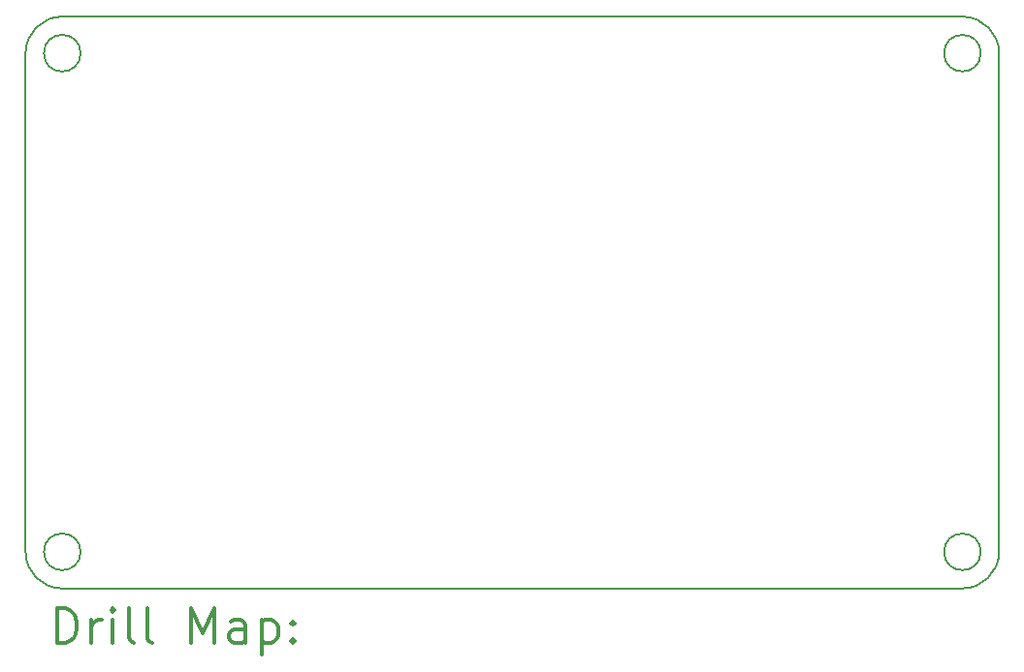
<source format=gbr>
%FSLAX45Y45*%
G04 Gerber Fmt 4.5, Leading zero omitted, Abs format (unit mm)*
G04 Created by KiCad (PCBNEW (5.1.9)-1) date 2022-01-14 23:33:00*
%MOMM*%
%LPD*%
G01*
G04 APERTURE LIST*
%TA.AperFunction,Profile*%
%ADD10C,0.200000*%
%TD*%
%ADD11C,0.200000*%
%ADD12C,0.300000*%
G04 APERTURE END LIST*
D10*
X10475000Y-10922000D02*
X10475000Y-6562000D01*
X18655000Y-6242000D02*
G75*
G02*
X18975000Y-6562000I0J-320000D01*
G01*
X10955000Y-6562000D02*
G75*
G03*
X10955000Y-6562000I-160000J0D01*
G01*
X18975000Y-10922000D02*
X18975000Y-6562000D01*
X10475000Y-6562000D02*
G75*
G02*
X10795000Y-6242000I320000J0D01*
G01*
X18815000Y-10922000D02*
G75*
G03*
X18815000Y-10922000I-160000J0D01*
G01*
X18815000Y-6562000D02*
G75*
G03*
X18815000Y-6562000I-160000J0D01*
G01*
X10795000Y-11242000D02*
X18655000Y-11242000D01*
X10955000Y-10922000D02*
G75*
G03*
X10955000Y-10922000I-160000J0D01*
G01*
X18975000Y-10922000D02*
G75*
G02*
X18655000Y-11242000I-320000J0D01*
G01*
X10795000Y-6242000D02*
X18655000Y-6242000D01*
X10795000Y-11242000D02*
G75*
G02*
X10475000Y-10922000I0J320000D01*
G01*
D11*
D12*
X10751428Y-11717714D02*
X10751428Y-11417714D01*
X10822857Y-11417714D01*
X10865714Y-11432000D01*
X10894286Y-11460571D01*
X10908571Y-11489143D01*
X10922857Y-11546286D01*
X10922857Y-11589143D01*
X10908571Y-11646286D01*
X10894286Y-11674857D01*
X10865714Y-11703429D01*
X10822857Y-11717714D01*
X10751428Y-11717714D01*
X11051428Y-11717714D02*
X11051428Y-11517714D01*
X11051428Y-11574857D02*
X11065714Y-11546286D01*
X11080000Y-11532000D01*
X11108571Y-11517714D01*
X11137143Y-11517714D01*
X11237143Y-11717714D02*
X11237143Y-11517714D01*
X11237143Y-11417714D02*
X11222857Y-11432000D01*
X11237143Y-11446286D01*
X11251428Y-11432000D01*
X11237143Y-11417714D01*
X11237143Y-11446286D01*
X11422857Y-11717714D02*
X11394286Y-11703429D01*
X11380000Y-11674857D01*
X11380000Y-11417714D01*
X11580000Y-11717714D02*
X11551428Y-11703429D01*
X11537143Y-11674857D01*
X11537143Y-11417714D01*
X11922857Y-11717714D02*
X11922857Y-11417714D01*
X12022857Y-11632000D01*
X12122857Y-11417714D01*
X12122857Y-11717714D01*
X12394286Y-11717714D02*
X12394286Y-11560571D01*
X12380000Y-11532000D01*
X12351428Y-11517714D01*
X12294286Y-11517714D01*
X12265714Y-11532000D01*
X12394286Y-11703429D02*
X12365714Y-11717714D01*
X12294286Y-11717714D01*
X12265714Y-11703429D01*
X12251428Y-11674857D01*
X12251428Y-11646286D01*
X12265714Y-11617714D01*
X12294286Y-11603429D01*
X12365714Y-11603429D01*
X12394286Y-11589143D01*
X12537143Y-11517714D02*
X12537143Y-11817714D01*
X12537143Y-11532000D02*
X12565714Y-11517714D01*
X12622857Y-11517714D01*
X12651428Y-11532000D01*
X12665714Y-11546286D01*
X12680000Y-11574857D01*
X12680000Y-11660571D01*
X12665714Y-11689143D01*
X12651428Y-11703429D01*
X12622857Y-11717714D01*
X12565714Y-11717714D01*
X12537143Y-11703429D01*
X12808571Y-11689143D02*
X12822857Y-11703429D01*
X12808571Y-11717714D01*
X12794286Y-11703429D01*
X12808571Y-11689143D01*
X12808571Y-11717714D01*
X12808571Y-11532000D02*
X12822857Y-11546286D01*
X12808571Y-11560571D01*
X12794286Y-11546286D01*
X12808571Y-11532000D01*
X12808571Y-11560571D01*
M02*

</source>
